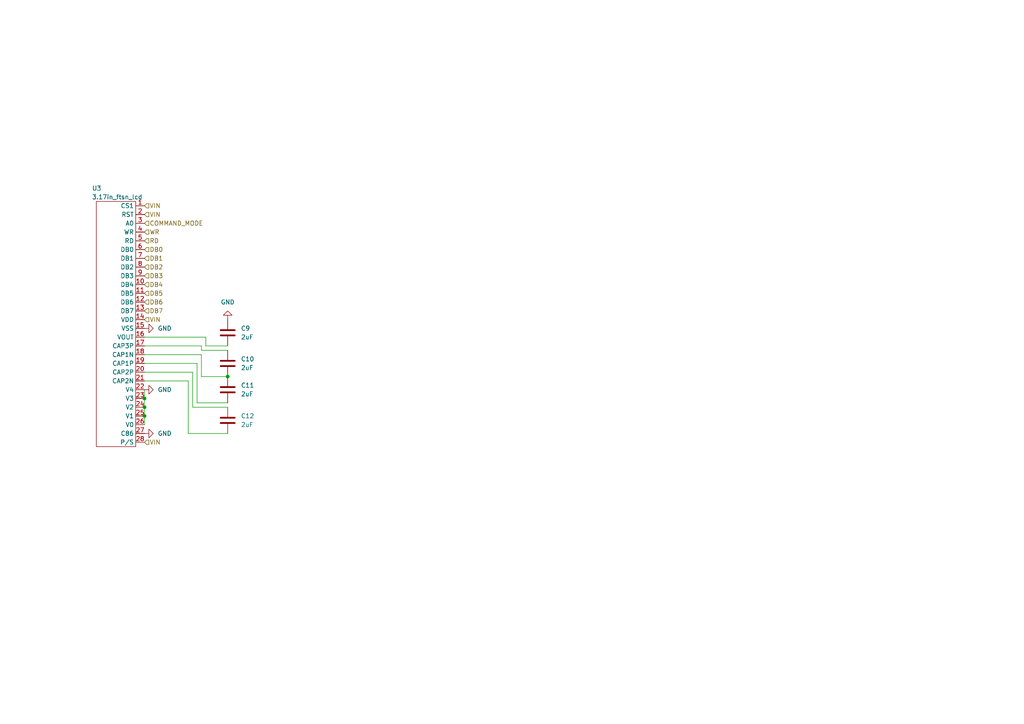
<source format=kicad_sch>
(kicad_sch (version 20211123) (generator eeschema)
  (paper "A4")
  (lib_symbols
    (symbol "Device:C" (pin_numbers hide) (pin_names (offset 0.254))
      (property "Reference" "C" (at 0.635 2.54 0))
      (property "Value" "C" (at 0.635 -2.54 0))
      (symbol "C_0_1"
        (polyline (pts (xy -2.032 -0.762) (xy 2.032 -0.762)) (stroke (width 0.508)))
        (polyline (pts (xy -2.032 0.762) (xy 2.032 0.762)) (stroke (width 0.508)))
      )
      (symbol "C_1_1"
        (pin passive line (at 0 3.81 270) (length 2.794) (name "~") (number "1"))
        (pin passive line (at 0 -3.81 90) (length 2.794) (name "~") (number "2"))
      )
    )
    (symbol "lcd:3.17in_ftsn_lcd"
      (property "Reference" "U" (at 0 0 0))
      (property "Value" "3.17in_ftsn_lcd" (at 0 0 0))
      (symbol "3.17in_ftsn_lcd_0_0"
        (pin bidirectional line (at 8.89 -26.67 180) (length 2.54) (name "DB4") (number "10"))
        (pin bidirectional line (at 8.89 -29.21 180) (length 2.54) (name "DB5") (number "11"))
        (pin bidirectional line (at 8.89 -31.75 180) (length 2.54) (name "DB6") (number "12"))
        (pin bidirectional line (at 8.89 -34.29 180) (length 2.54) (name "DB7") (number "13"))
        (pin power_in line (at 8.89 -36.83 180) (length 2.54) (name "VDD") (number "14"))
        (pin power_in line (at 8.89 -39.37 180) (length 2.54) (name "VSS") (number "15"))
        (pin power_out line (at 8.89 -41.91 180) (length 2.54) (name "VOUT") (number "16"))
        (pin power_in line (at 8.89 -44.45 180) (length 2.54) (name "CAP3P") (number "17"))
        (pin power_in line (at 8.89 -46.99 180) (length 2.54) (name "CAP1N") (number "18"))
        (pin power_in line (at 8.89 -49.53 180) (length 2.54) (name "CAP1P") (number "19"))
        (pin input line (at 8.89 -6.35 180) (length 2.54) (name "RST") (number "2"))
        (pin power_in line (at 8.89 -52.07 180) (length 2.54) (name "CAP2P") (number "20"))
        (pin power_in line (at 8.89 -54.61 180) (length 2.54) (name "CAP2N") (number "21"))
        (pin power_in line (at 8.89 -57.15 180) (length 2.54) (name "V4") (number "22"))
        (pin power_in line (at 8.89 -59.69 180) (length 2.54) (name "V3") (number "23"))
        (pin power_in line (at 8.89 -62.23 180) (length 2.54) (name "V2") (number "24"))
        (pin power_in line (at 8.89 -64.77 180) (length 2.54) (name "V1") (number "25"))
        (pin power_in line (at 8.89 -67.31 180) (length 2.54) (name "V0") (number "26"))
        (pin input line (at 8.89 -69.85 180) (length 2.54) (name "C86") (number "27"))
        (pin input line (at 8.89 -72.39 180) (length 2.54) (name "P/S") (number "28"))
        (pin input line (at 8.89 -8.89 180) (length 2.54) (name "A0") (number "3"))
        (pin input line (at 8.89 -11.43 180) (length 2.54) (name "WR") (number "4"))
        (pin input line (at 8.89 -13.97 180) (length 2.54) (name "RD") (number "5"))
        (pin bidirectional line (at 8.89 -16.51 180) (length 2.54) (name "DB0") (number "6"))
        (pin bidirectional line (at 8.89 -19.05 180) (length 2.54) (name "DB1") (number "7"))
        (pin bidirectional line (at 8.89 -21.59 180) (length 2.54) (name "DB2") (number "8"))
        (pin bidirectional line (at 8.89 -24.13 180) (length 2.54) (name "DB3") (number "9"))
      )
      (symbol "3.17in_ftsn_lcd_0_1"
        (rectangle (start -5.08 -2.54) (end 6.35 -73.66))
      )
      (symbol "3.17in_ftsn_lcd_1_1"
        (pin input line (at 8.89 -3.81 180) (length 2.54) (name "CS1") (number "1"))
      )
    )
    (symbol "power:GND" (power) (pin_names (offset 0))
      (property "Value" "GND" (at 0 -3.81 0))
      (symbol "GND_0_1"
        (polyline (pts (xy 0 0) (xy 0 -1.27) (xy 1.27 -1.27) (xy 0 -2.54) (xy -1.27 -1.27) (xy 0 -1.27)))
      )
      (symbol "GND_1_1"
        (pin power_in line (at 0 0 270) (length 0) hide (name "GND") (number "1"))
      )
    )
  )
  (junction (at 66.04 109.22))
  (junction (at 41.91 120.65))
  (junction (at 41.91 115.57))
  (junction (at 41.91 118.11))
  (wire (pts (xy 55.88 107.95) (xy 55.88 118.11)))
  (wire (pts (xy 58.42 102.87) (xy 58.42 109.22)))
  (wire (pts (xy 54.61 110.49) (xy 54.61 125.73)))
  (wire (pts (xy 55.88 118.11) (xy 66.04 118.11)))
  (wire (pts (xy 41.91 102.87) (xy 58.42 102.87)))
  (wire (pts (xy 59.69 97.79) (xy 59.69 100.33)))
  (wire (pts (xy 41.91 118.11) (xy 41.91 120.65)))
  (wire (pts (xy 59.69 100.33) (xy 66.04 100.33)))
  (wire (pts (xy 41.91 97.79) (xy 59.69 97.79)))
  (wire (pts (xy 41.91 107.95) (xy 55.88 107.95)))
  (wire (pts (xy 57.15 116.84) (xy 66.04 116.84)))
  (wire (pts (xy 41.91 110.49) (xy 54.61 110.49)))
  (wire (pts (xy 41.91 105.41) (xy 57.15 105.41)))
  (wire (pts (xy 58.42 101.6) (xy 66.04 101.6)))
  (wire (pts (xy 58.42 109.22) (xy 66.04 109.22)))
  (wire (pts (xy 58.42 100.33) (xy 58.42 101.6)))
  (wire (pts (xy 41.91 115.57) (xy 41.91 118.11)))
  (wire (pts (xy 54.61 125.73) (xy 66.04 125.73)))
  (wire (pts (xy 41.91 100.33) (xy 58.42 100.33)))
  (wire (pts (xy 41.91 120.65) (xy 41.91 123.19)))
  (wire (pts (xy 41.91 113.03) (xy 41.91 115.57)))
  (wire (pts (xy 57.15 105.41) (xy 57.15 116.84)))
  (hierarchical_label "DB4" (shape input) (at 41.91 82.55 0))
  (hierarchical_label "DB7" (shape input) (at 41.91 90.17 0))
  (hierarchical_label "VIN" (shape input) (at 41.91 62.23 0))
  (hierarchical_label "DB6" (shape input) (at 41.91 87.63 0))
  (hierarchical_label "DB5" (shape input) (at 41.91 85.09 0))
  (hierarchical_label "RD" (shape input) (at 41.91 69.85 0))
  (hierarchical_label "COMMAND_MODE" (shape input) (at 41.91 64.77 0))
  (hierarchical_label "DB0" (shape input) (at 41.91 72.39 0))
  (hierarchical_label "DB3" (shape input) (at 41.91 80.01 0))
  (hierarchical_label "VIN" (shape input) (at 41.91 92.71 0))
  (hierarchical_label "DB2" (shape input) (at 41.91 77.47 0))
  (hierarchical_label "WR" (shape input) (at 41.91 67.31 0))
  (hierarchical_label "VIN" (shape input) (at 41.91 59.69 0))
  (hierarchical_label "VIN" (shape input) (at 41.91 128.27 0))
  (hierarchical_label "DB1" (shape input) (at 41.91 74.93 0))
  (symbol (lib_id "power:GND") (at 41.91 95.25 90) (mirror x) (unit 1)
    (property "Reference" "#PWR0128" (effects hide))
    (property "Value" "GND" (at 45.72 95.2499 90) (effects (justify right)))
  )
  (symbol (lib_id "power:GND") (at 66.04 92.71 0) (mirror x) (unit 1)
    (property "Reference" "#PWR0129" (effects hide))
    (property "Value" "GND" (at 66.04 87.63 0))
  )
  (symbol (lib_id "Device:C") (at 66.04 96.52 0) (unit 1)
    (property "Reference" "C9" (at 69.85 95.2499 0) (effects (justify left)))
    (property "Value" "2uF" (at 69.85 97.7899 0) (effects (justify left)))
    (property "Footprint" "Capacitor_SMD:C_0805_2012Metric" (effects hide))
  )
  (symbol (lib_id "Device:C") (at 66.04 121.92 0) (unit 1)
    (property "Reference" "C12" (at 69.85 120.6499 0) (effects (justify left)))
    (property "Value" "2uF" (at 69.85 123.1899 0) (effects (justify left)))
    (property "Footprint" "Capacitor_SMD:C_0805_2012Metric" (effects hide))
  )
  (symbol (lib_id "Device:C") (at 66.04 105.41 0) (unit 1)
    (property "Reference" "C10" (at 69.85 104.1399 0) (effects (justify left)))
    (property "Value" "2uF" (at 69.85 106.6799 0) (effects (justify left)))
    (property "Footprint" "Capacitor_SMD:C_0805_2012Metric" (effects hide))
  )
  (symbol (lib_id "Device:C") (at 66.04 113.03 0) (unit 1)
    (property "Reference" "C11" (at 69.85 111.7599 0) (effects (justify left)))
    (property "Value" "2uF" (at 69.85 114.2999 0) (effects (justify left)))
    (property "Footprint" "Capacitor_SMD:C_0805_2012Metric" (effects hide))
  )
  (symbol (lib_id "lcd:3.17in_ftsn_lcd") (at 33.02 55.88 0) (unit 1)
    (property "Reference" "U3" (at 26.67 54.61 0) (effects (justify left)))
    (property "Value" "3.17in_ftsn_lcd" (at 26.67 57.15 0) (effects (justify left)))
    (property "Footprint" "ftsn_lcd_pads:ftsn_lcd_pads" (effects hide))
  )
  (symbol (lib_id "power:GND") (at 41.91 125.73 90) (unit 1)
    (property "Reference" "#PWR0130" (effects hide))
    (property "Value" "GND" (at 45.72 125.7299 90) (effects (justify right)))
  )
  (symbol (lib_id "power:GND") (at 41.91 113.03 90) (unit 1)
    (property "Reference" "#PWR0127" (effects hide))
    (property "Value" "GND" (at 45.72 113.0299 90) (effects (justify right)))
  )
)
</source>
